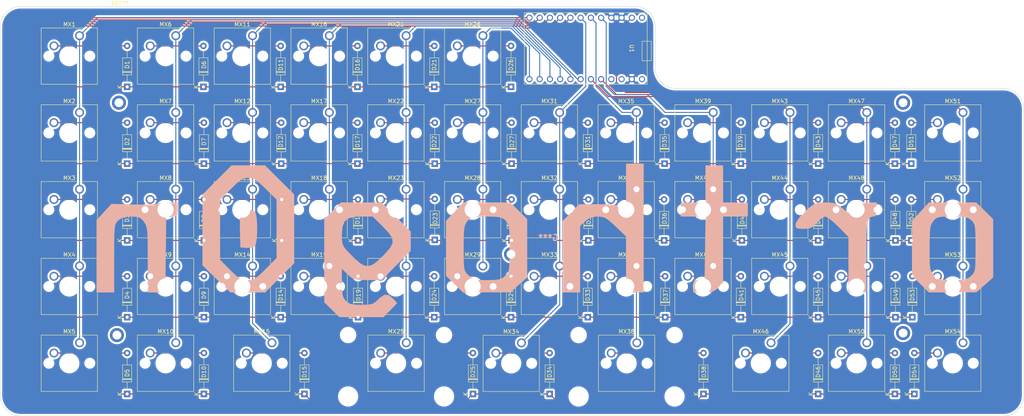
<source format=kicad_pcb>
(kicad_pcb (version 20221018) (generator pcbnew)
  (layers (0 "F.Cu" signal) (31 "B.Cu" signal) (34 "B.Paste" user) (35 "F.Paste" user) (36 "B.SilkS" user "B.Silkscreen") (37 "F.SilkS" user "F.Silkscreen") (38 "B.Mask" user) (39 "F.Mask" user) (44 "Edge.Cuts" user))
  (net 0 "")
  (net 1 "ROW0")
  (net 2 "Net-(D1-Pad2)")
  (net 3 "ROW1")
  (net 4 "Net-(D2-Pad2)")
  (net 5 "ROW2")
  (net 6 "Net-(D3-Pad2)")
  (net 7 "ROW3")
  (net 8 "Net-(D4-Pad2)")
  (net 9 "ROW4")
  (net 10 "Net-(D5-Pad2)")
  (net 11 "Net-(D6-Pad2)")
  (net 12 "Net-(D7-Pad2)")
  (net 13 "Net-(D8-Pad2)")
  (net 14 "Net-(D9-Pad2)")
  (net 15 "Net-(D10-Pad2)")
  (net 16 "Net-(D11-Pad2)")
  (net 17 "Net-(D12-Pad2)")
  (net 18 "Net-(D13-Pad2)")
  (net 19 "Net-(D14-Pad2)")
  (net 20 "Net-(D15-Pad2)")
  (net 21 "Net-(D16-Pad2)")
  (net 22 "Net-(D17-Pad2)")
  (net 23 "Net-(D18-Pad2)")
  (net 24 "Net-(D19-Pad2)")
  (net 25 "Net-(D21-Pad2)")
  (net 26 "Net-(D22-Pad2)")
  (net 27 "Net-(D23-Pad2)")
  (net 28 "Net-(D24-Pad2)")
  (net 29 "Net-(D25-Pad2)")
  (net 30 "Net-(D26-Pad2)")
  (net 31 "Net-(D27-Pad2)")
  (net 32 "Net-(D28-Pad2)")
  (net 33 "Net-(D29-Pad2)")
  (net 34 "Net-(D31-Pad2)")
  (net 35 "Net-(D32-Pad2)")
  (net 36 "Net-(D33-Pad2)")
  (net 37 "Net-(D34-Pad2)")
  (net 38 "Net-(D35-Pad2)")
  (net 39 "Net-(D36-Pad2)")
  (net 40 "Net-(D37-Pad2)")
  (net 41 "Net-(D38-Pad2)")
  (net 42 "Net-(D39-Pad2)")
  (net 43 "Net-(D40-Pad2)")
  (net 44 "Net-(D41-Pad2)")
  (net 45 "Net-(D43-Pad2)")
  (net 46 "Net-(D44-Pad2)")
  (net 47 "Net-(D45-Pad2)")
  (net 48 "Net-(D46-Pad2)")
  (net 49 "Net-(D47-Pad2)")
  (net 50 "Net-(D48-Pad2)")
  (net 51 "Net-(D49-Pad2)")
  (net 52 "Net-(D50-Pad2)")
  (net 53 "Net-(D51-Pad2)")
  (net 54 "Net-(D52-Pad2)")
  (net 55 "Net-(D53-Pad2)")
  (net 56 "Net-(D54-Pad2)")
  (net 57 "COL1")
  (net 58 "COL2")
  (net 59 "COL3")
  (net 60 "COL4")
  (net 61 "COL5")
  (net 62 "COL6")
  (net 63 "COL7")
  (net 64 "COL8")
  (net 65 "COL9")
  (net 66 "COL10")
  (net 67 "COL11")
  (net 69 "GND")
  (net 70 "COL0")
  (footprint "Button_Switch_Keyboard:SW_Cherry_MX_1.00u_PCB" (layer "F.Cu") (at 101.988 74.548)
    (fp_text reference "MX17")
    (fp_text value "MX-NoLED")
  )
  (footprint "Button_Switch_Keyboard:SW_Cherry_MX_1.00u_PCB" (layer "F.Cu") (at 216.288 74.548)
    (fp_text reference "MX43")
    (fp_text value "MX-NoLED")
  )
  (footprint "Diode_THT:D_DO-35_SOD27_P10.16mm_Horizontal" (layer "F.Cu") (at 223.266 87.248 90)
    (fp_text reference "D43")
    (fp_text value "D_Small")
  )
  (footprint "Diode_THT:D_DO-35_SOD27_P10.16mm_Horizontal" (layer "F.Cu") (at 247.142 144.398 90)
    (fp_text reference "D54")
    (fp_text value "D_Small")
  )
  (footprint "Button_Switch_Keyboard:SW_Cherry_MX_1.00u_PCB" (layer "F.Cu") (at 159.138 74.548)
    (fp_text reference "MX31")
    (fp_text value "MX-NoLED")
  )
  (footprint "Button_Switch_Keyboard:SW_Cherry_MX_1.00u_PCB" (layer "F.Cu") (at 197.238 93.598)
    (fp_text reference "MX40")
    (fp_text value "MX-NoLED")
  )
  (footprint "Button_Switch_Keyboard:SW_Cherry_MX_1.00u_PCB" (layer "F.Cu") (at 63.888 93.598)
    (fp_text reference "MX8")
    (fp_text value "MX-NoLED")
  )
  (footprint "Button_Switch_Keyboard:SW_Cherry_MX_1.50u_PCB" (layer "F.Cu") (at 259.214 93.598)
    (fp_text reference "MX52")
    (fp_text value "MX-NoLED")
  )
  (footprint "Button_Switch_Keyboard:SW_Cherry_MX_1.50u_PCB" (layer "F.Cu") (at 259.214 74.548)
    (fp_text reference "MX51")
    (fp_text value "MX-NoLED")
  )
  (footprint "Button_Switch_Keyboard:SW_Cherry_MX_1.00u_PCB" (layer "F.Cu") (at 82.938 112.648)
    (fp_text reference "MX14")
    (fp_text value "MX-NoLED")
  )
  (footprint "Diode_THT:D_DO-35_SOD27_P10.16mm_Horizontal" (layer "F.Cu") (at 108.966 68.198 90)
    (fp_text reference "D16")
    (fp_text value "D_Small")
  )
  (footprint "Button_Switch_Keyboard:SW_Cherry_MX_1.00u_PCB" (layer "F.Cu") (at 121.038 74.548)
    (fp_text reference "MX22")
    (fp_text value "MX-NoLED")
  )
  (footprint "Diode_THT:D_DO-35_SOD27_P10.16mm_Horizontal" (layer "F.Cu") (at 90.17 106.298 90)
    (fp_text reference "D13")
    (fp_text value "D_Small")
  )
  (footprint "Diode_THT:D_DO-35_SOD27_P10.16mm_Horizontal" (layer "F.Cu") (at 166.25 106.298 90)
    (fp_text reference "D32")
    (fp_text value "D_Small")
  )
  (footprint "Diode_THT:D_DO-35_SOD27_P10.16mm_Horizontal" (layer "F.Cu") (at 128.016 68.198 90)
    (fp_text reference "D21")
    (fp_text value "D_Small")
  )
  (footprint "Button_Switch_Keyboard:SW_Cherry_MX_1.50u_PCB" (layer "F.Cu") (at 40.012 55.498)
    (fp_text reference "MX1")
    (fp_text value "MX-NoLED")
  )
  (footprint "Diode_THT:D_DO-35_SOD27_P10.16mm_Horizontal" (layer "F.Cu") (at 109.1 125.348 90)
    (fp_text reference "D19")
    (fp_text value "D_Small")
  )
  (footprint "Button_Switch_Keyboard:SW_Cherry_MX_1.00u_PCB" (layer "F.Cu") (at 140.088 93.598)
    (fp_text reference "MX28")
    (fp_text value "MX-NoLED")
  )
  (footprint "Button_Switch_Keyboard:SW_Cherry_MX_1.00u_PCB" (layer "F.Cu") (at 121.038 93.598)
    (fp_text reference "MX23")
    (fp_text value "MX-NoLED")
  )
  (footprint "Diode_THT:D_DO-35_SOD27_P10.16mm_Horizontal" (layer "F.Cu") (at 128.15 106.172 90)
    (fp_text reference "D23")
    (fp_text value "D_Small")
  )
  (footprint "Button_Switch_Keyboard:SW_Cherry_MX_1.00u_PCB" (layer "F.Cu") (at 140.088 112.648)
    (fp_text reference "MX29")
    (fp_text value "MX-NoLED")
  )
  (footprint "" (layer "F.Cu") (at 49.276 129.794)
    (fp_text reference "")
    (fp_text value "")
  )
  (footprint "Diode_THT:D_DO-35_SOD27_P10.16mm_Horizontal" (layer "F.Cu") (at 147.066 68.198 90)
    (fp_text reference "D26")
    (fp_text value "D_Small")
  )
  (footprint "Diode_THT:D_DO-35_SOD27_P10.16mm_Horizontal" (layer "F.Cu") (at 70.866 106.298 90)
    (fp_text reference "D8")
    (fp_text value "D_Small")
  )
  (footprint "Button_Switch_Keyboard:SW_Cherry_MX_1.00u_PCB" (layer "F.Cu") (at 178.188 112.648)
    (fp_text reference "MX37")
    (fp_text value "MX-NoLED")
  )
  (footprint "Diode_THT:D_DO-35_SOD27_P10.16mm_Horizontal" (layer "F.Cu") (at 166.116 125.348 90)
    (fp_text reference "D33")
    (fp_text value "D_Small")
  )
  (footprint "Button_Switch_Keyboard:SW_Cherry_MX_1.50u_PCB" (layer "F.Cu") (at 87.757 131.699)
    (fp_text reference "MX15")
    (fp_text value "MX-NoLED")
  )
  (footprint "Diode_THT:D_DO-35_SOD27_P10.16mm_Horizontal" (layer "F.Cu") (at 51.816 106.298 90)
    (fp_text reference "D3")
    (fp_text value "D_Small")
  )
  (footprint "Diode_THT:D_DO-35_SOD27_P10.16mm_Horizontal" (layer "F.Cu") (at 242.316 87.248 90)
    (fp_text reference "D47")
    (fp_text value "D_Small")
  )
  (footprint "Button_Switch_Keyboard:SW_Cherry_MX_1.00u_PCB" (layer "F.Cu") (at 178.188 93.598)
    (fp_text reference "MX36")
    (fp_text value "MX-NoLED")
  )
  (footprint "Button_Switch_Keyboard:SW_Cherry_MX_1.00u_PCB" (layer "F.Cu") (at 178.188 74.548)
    (fp_text reference "MX35")
    (fp_text value "MX-NoLED")
  )
  (footprint "Button_Switch_Keyboard:SW_Cherry_MX_1.00u_PCB" (layer "F.Cu") (at 63.888 131.698)
    (fp_text reference "MX10")
    (fp_text value "MX-NoLED")
  )
  (footprint "Diode_THT:D_DO-35_SOD27_P10.16mm_Horizontal" (layer "F.Cu") (at 51.816 87.248 90)
    (fp_text reference "D2")
    (fp_text value "D_Small")
  )
  (footprint "Diode_THT:D_DO-35_SOD27_P10.16mm_Horizontal" (layer "F.Cu") (at 147.2 87.248 90)
    (fp_text reference "D27")
    (fp_text value "D_Small")
  )
  (footprint "Button_Switch_Keyboard:SW_Cherry_MX_1.00u_PCB" (layer "F.Cu") (at 82.938 74.548)
    (fp_text reference "MX12")
    (fp_text value "MX-NoLED")
  )
  (footprint "Button_Switch_Keyboard:SW_Cherry_MX_1.50u_PCB" (layer "F.Cu") (at 40.012 93.598)
    (fp_text reference "MX3")
    (fp_text value "MX-NoLED")
  )
  (footprint "Diode_THT:D_DO-35_SOD27_P10.16mm_Horizontal" (layer "F.Cu") (at 89.916 125.348 90)
    (fp_text reference "D14")
    (fp_text value "D_Small")
  )
  (footprint "Diode_THT:D_DO-35_SOD27_P10.16mm_Horizontal" (layer "F.Cu") (at 147.066 125.348 90)
    (fp_text reference "D29")
    (fp_text value "D_Small")
  )
  (footprint "Button_Switch_Keyboard:SW_Cherry_MX_1.50u_PCB" (layer "F.Cu") (at 259.214 131.698)
    (fp_text reference "MX54")
    (fp_text value "MX-NoLED")
  )
  (footprint "" (layer "F.Cu") (at 147.066 109.728)
    (fp_text reference "")
    (fp_text value "")
  )
  (footprint "orthogon:pro_micro" (layer "F.Cu") (at 179.578 51.054 -90)
    (fp_text reference "U1")
    (fp_text value "Pro_Micro")
  )
  (footprint "Diode_THT:D_DO-35_SOD27_P10.16mm_Horizontal" (layer "F.Cu") (at 185.166 87.248 90)
    (fp_text reference "D35")
    (fp_text value "D_Small")
  )
  (footprint "Button_Switch_Keyboard:SW_Cherry_MX_1.00u_PCB" (layer "F.Cu") (at 82.938 55.498)
    (fp_text reference "MX11")
    (fp_text value "MX-NoLED")
  )
  (footprint "Button_Switch_Keyboard:SW_Cherry_MX_1.00u_PCB" (layer "F.Cu") (at 159.138 112.648)
    (fp_text reference "MX33")
    (fp_text value "MX-NoLED")
  )
  (footprint "Diode_THT:D_DO-35_SOD27_P10.16mm_Horizontal" (layer "F.Cu") (at 246.634 125.348 90)
    (fp_text reference "D53")
    (fp_text value "D_Small")
  )
  (footprint "Button_Switch_Keyboard:SW_Cherry_MX_1.00u_PCB" (layer "F.Cu") (at 121.038 112.648)
    (fp_text reference "MX24")
    (fp_text value "MX-NoLED")
  )
  (footprint "Diode_THT:D_DO-35_SOD27_P10.16mm_Horizontal" (layer "F.Cu") (at 242.316 144.398 90)
    (fp_text reference "D50")
    (fp_text value "D_Small")
  )
  (footprint "Button_Switch_Keyboard:SW_Cherry_MX_1.00u_PCB" (layer "F.Cu") (at 235.338 93.598)
    (fp_text reference "MX48")
    (fp_text value "MX-NoLED")
  )
  (footprint "Button_Switch_Keyboard:SW_Cherry_MX_1.50u_PCB" (layer "F.Cu") (at 259.214 112.648)
    (fp_text reference "MX53")
    (fp_text value "MX-NoLED")
  )
  (footprint "Button_Switch_Keyboard:SW_Cherry_MX_2.00u_PCB" (layer "F.Cu") (at 121.0818 131.699)
    (fp_text reference "MX25")
    (fp_text value "MX-NoLED")
  )
  (footprint "Button_Switch_Keyboard:SW_Cherry_MX_1.00u_PCB" (layer "F.Cu") (at 197.238 112.648)
    (fp_text reference "MX41")
    (fp_text value "MX-NoLED")
  )
  (footprint "Diode_THT:D_DO-35_SOD27_P10.16mm_Horizontal" (layer "F.Cu") (at 70.866 87.248 90)
    (fp_text reference "D7")
    (fp_text value "D_Small")
  )
  (footprint "Button_Switch_Keyboard:SW_Cherry_MX_1.00u_PCB" (layer "F.Cu") (at 159.138 93.598)
    (fp_text reference "MX32")
    (fp_text value "MX-NoLED")
  )
  (footprint "Diode_THT:D_DO-35_SOD27_P10.16mm_Horizontal" (layer "F.Cu") (at 223.266 106.298 90)
    (fp_text reference "D44")
    (fp_text value "D_Small")
  )
  (footprint "Diode_THT:D_DO-35_SOD27_P10.16mm_Horizontal" (layer "F.Cu") (at 185.3 125.348 90)
    (fp_text reference "D37")
    (fp_text value "D_Small")
  )
  (footprint "Button_Switch_Keyboard:SW_Cherry_MX_2.00u_PCB" (layer "F.Cu") (at 178.2826 131.7092)
    (fp_text reference "MX38")
    (fp_text value "MX-NoLED")
  )
  (footprint "Diode_THT:D_DO-35_SOD27_P10.16mm_Horizontal" (layer "F.Cu") (at 51.816 125.348 90)
    (fp_text reference "D4")
    (fp_text value "D_Small")
  )
  (footprint "Button_Switch_Keyboard:SW_Cherry_MX_1.00u_PCB" (layer "F.Cu") (at 235.338 131.698)
    (fp_text reference "MX50")
    (fp_text value "MX-NoLED")
  )
  (footprint "Diode_THT:D_DO-35_SOD27_P10.16mm_Horizontal" (layer "F.Cu") (at 128.15 87.248 90)
    (fp_text reference "D22")
    (fp_text value "D_Small")
  )
  (footprint "Diode_THT:D_DO-35_SOD27_P10.16mm_Horizontal" (layer "F.Cu") (at 89.916 68.198 90)
    (fp_text reference "D11")
    (fp_text value "D_Small")
  )
  (footprint "Diode_THT:D_DO-35_SOD27_P10.16mm_Horizontal" (layer "F.Cu") (at 246.38 87.248 90)
    (fp_text reference "D51")
    (fp_text value "D_Small")
  )
  (footprint "Diode_THT:D_DO-35_SOD27_P10.16mm_Horizontal" (layer "F.Cu") (at 147.2 106.298 90)
    (fp_text reference "D28")
    (fp_text value "D_Small")
  )
  (footprint "Button_Switch_Keyboard:SW_Cherry_MX_1.00u_PCB" (layer "F.Cu") (at 216.288 93.598)
    (fp_text reference "MX44")
    (fp_text value "MX-NoLED")
  )
  (footprint "Button_Switch_Keyboard:SW_Cherry_MX_1.00u_PCB" (layer "F.Cu") (at 140.088 74.548)
    (fp_text reference "MX27")
    (fp_text value "MX-NoLED")
  )
  (footprint "Diode_THT:D_DO-35_SOD27_P10.16mm_Horizontal" (layer "F.Cu") (at 51.816 144.398 90)
    (fp_text reference "D5")
    (fp_text value "D_Small")
  )
  (footprint "Button_Switch_Keyboard:SW_Cherry_MX_1.00u_PCB" (layer "F.Cu") (at 63.888 112.648)
    (fp_text reference "MX9")
    (fp_text value "MX-NoLED")
  )
  (footprint "Diode_THT:D_DO-35_SOD27_P10.16mm_Horizontal" (layer "F.Cu") (at 95.8088 144.398 90)
    (fp_text reference "D15")
    (fp_text value "D_Small")
  )
  (footprint "Diode_THT:D_DO-35_SOD27_P10.16mm_Horizontal" (layer "F.Cu") (at 194.818 144.399 90)
    (fp_text reference "D38")
    (fp_text value "D_Small")
  )
  (footprint "Button_Switch_Keyboard:SW_Cherry_MX_1.50u_PCB" (layer "F.Cu") (at 40.012 112.648)
    (fp_text reference "MX4")
    (fp_text value "MX-NoLED")
  )
  (footprint "Diode_THT:D_DO-35_SOD27_P10.16mm_Horizontal" (layer "F.Cu") (at 242.45 106.298 90)
    (fp_text reference "D48")
    (fp_text value "D_Small")
  )
  (footprint "" (layer "F.Cu") (at 244.348 129.286)
    (fp_text reference "")
    (fp_text value "")
  )
  (footprint "Button_Switch_Keyboard:SW_Cherry_MX_1.00u_PCB" (layer "F.Cu") (at 82.938 93.598)
    (fp_text reference "MX13")
    (fp_text value "MX-NoLED")
  )
  (footprint "Diode_THT:D_DO-35_SOD27_P10.16mm_Horizontal" (layer "F.Cu") (at 242.45 125.348 90)
    (fp_text reference "D49")
    (fp_text value "D_Small")
  )
  (footprint "Button_Switch_Keyboard:SW_Cherry_MX_1.50u_PCB" (layer "F.Cu") (at 211.582 131.699)
    (fp_text reference "MX46")
    (fp_text value "MX-NoLED")
  )
  (footprint "Button_Switch_Keyboard:SW_Cherry_MX_1.00u_PCB" (layer "F.Cu") (at 63.888 55.498)
    (fp_text reference "MX6")
    (fp_text value "MX-NoLED")
  )
  (footprint "Diode_THT:D_DO-35_SOD27_P10.16mm_Horizontal" (layer "F.Cu") (at 51.816 68.198 90)
    (fp_text reference "D1")
    (fp_text value "D_Small")
  )
  (footprint "Diode_THT:D_DO-35_SOD27_P10.16mm_Horizontal" (layer "F.Cu") (at 70.746 68.198 90)
    (fp_text reference "D6")
    (fp_text value "D_Small")
  )
  (footprint "Button_Switch_Keyboard:SW_Cherry_MX_1.00u_PCB" (layer "F.Cu") (at 197.238 74.548)
    (fp_text reference "MX39")
    (fp_text value "MX-NoLED")
  )
  (footprint "Diode_THT:D_DO-35_SOD27_P10.16mm_Horizontal" (layer "F.Cu") (at 166.116 87.248 90)
    (fp_text reference "D31")
    (fp_text value "D_Small")
  )
  (footprint "Diode_THT:D_DO-35_SOD27_P10.16mm_Horizontal" (layer "F.Cu") (at 223.266 144.398 90)
    (fp_text reference "D46")
    (fp_text value "D_Small")
  )
  (footprint "" (layer "F.Cu") (at 244.348 72.136)
    (fp_text reference "")
    (fp_text value "")
  )
  (footprint "Button_Switch_Keyboard:SW_Cherry_MX_1.00u_PCB" (layer "F.Cu") (at 216.288 112.648)
    (fp_text reference "MX45")
    (fp_text value "MX-NoLED")
  )
  (footprint "Diode_THT:D_DO-35_SOD27_P10.16mm_Horizontal" (layer "F.Cu") (at 70.866 144.398 90)
    (fp_text reference "D10")
    (fp_text value "D_Small")
  )
  (footprint "MountingHole:MountingHole_2.2mm_M2_ISO7380_Pad" (layer "F.Cu") (at 49.784 72.136)
    (fp_text reference "REF**")
    (fp_text value "MountingHole_2.2mm_M2_ISO7380_Pad")
  )
  (footprint "Diode_THT:D_DO-35_SOD27_P10.16mm_Horizontal" (layer "F.Cu") (at 204.096 125.348 90)
    (fp_text reference "D41")
    (fp_text value "D_Small")
  )
  (footprint "Diode_THT:D_DO-35_SOD27_P10.16mm_Horizontal" (layer "F.Cu") (at 246.38 106.298 90)
    (fp_text reference "D52")
    (fp_text value "D_Small")
  )
  (footprint "Button_Switch_Keyboard:SW_Cherry_MX_1.50u_PCB" (layer "F.Cu") (at 40.012 131.698)
    (fp_text reference "MX5")
    (fp_text value "MX-NoLED")
  )
  (footprint "Button_Switch_Keyboard:SW_Cherry_MX_1.00u_PCB" (layer "F.Cu") (at 101.988 112.648)
    (fp_text reference "MX19")
    (fp_text value "MX-NoLED")
  )
  (footprint "Button_Switch_Keyboard:SW_Cherry_MX_1.00u_PCB" (layer "F.Cu") (at 121.038 55.498)
    (fp_text reference "MX21")
    (fp_text value "MX-NoLED")
  )
  (footprint "Button_Switch_Keyboard:SW_Cherry_MX_1.00u_PCB" (layer "F.Cu") (at 101.988 55.498)
    (fp_text reference "MX16")
    (fp_text value "MX-NoLED")
  )
  (footprint "Button_Switch_Keyboard:SW_Cherry_MX_1.00u_PCB" (layer "F.Cu") (at 235.338 74.548)
    (fp_text reference "MX47")
    (fp_text value "MX-NoLED")
  )
  (footprint "Diode_THT:D_DO-35_SOD27_P10.16mm_Horizontal" (layer "F.Cu") (at 128.016 125.348 90)
    (fp_text reference "D24")
    (fp_text value "D_Small")
  )
  (footprint "Button_Switch_Keyboard:SW_Cherry_MX_1.00u_PCB" (layer "F.Cu") (at 63.888 74.548)
    (fp_text reference "MX7")
    (fp_text value "MX-NoLED")
  )
  (footprint "Button_Switch_Keyboard:SW_Cherry_MX_1.00u_PCB" (layer "F.Cu") (at 149.6568 131.7244)
    (fp_text reference "MX34")
    (fp_text value "MX-NoLED")
  )
  (footprint "Button_Switch_Keyboard:SW_Cherry_MX_1.50u_PCB" (layer "F.Cu") (at 40.012 74.548)
    (fp_text reference "MX2")
    (fp_text value "MX-NoLED")
  )
  (footprint "Diode_THT:D_DO-35_SOD27_P10.16mm_Horizontal" (layer "F.Cu") (at 90.05 87.248 90)
    (fp_text reference "D12")
    (fp_text value "D_Small")
  )
  (footprint "Button_Switch_Keyboard:SW_Cherry_MX_1.00u_PCB" (layer "F.Cu") (at 101.988 93.598)
    (fp_text reference "MX18")
    (fp_text value "MX-NoLED")
  )
  (footprint "Button_Switch_Keyboard:SW_Cherry_MX_1.00u_PCB" (layer "F.Cu") (at 235.338 112.648)
    (fp_text reference "MX49")
    (fp_text value "MX-NoLED")
  )
  (footprint "Diode_THT:D_DO-35_SOD27_P10.16mm_Horizontal" (layer "F.Cu") (at 223.266 125.348 90)
    (fp_text reference "D45")
    (fp_text value "D_Small")
  )
  (footprint "Diode_THT:D_DO-35_SOD27_P10.16mm_Horizontal" (layer "F.Cu") (at 137.6172 144.399 90)
    (fp_text reference "D25")
    (fp_text value "D_Small")
  )
  (footprint "Diode_THT:D_DO-35_SOD27_P10.16mm_Horizontal" (layer "F.Cu") (at 156.6418 144.398 90)
    (fp_text reference "D34")
    (fp_text value "D_Small")
  )
  (footprint "Diode_THT:D_DO-35_SOD27_P10.16mm_Horizontal" (layer "F.Cu") (at 70.866 125.348 90)
    (fp_text reference "D9")
    (fp_text value "D_Small")
  )
  (footprint "Button_Switch_Keyboard:SW_Cherry_MX_1.00u_PCB" (layer "F.Cu") (at 140.088 55.498)
    (fp_text reference "MX26")
    (fp_text value "MX-NoLED")
  )
  (footprint "Diode_THT:D_DO-35_SOD27_P10.16mm_Horizontal" (layer "F.Cu") (at 185.046 106.298 90)
    (fp_text reference "D36")
    (fp_text value "D_Small")
  )
  (footprint "Diode_THT:D_DO-35_SOD27_P10.16mm_Horizontal" (layer "F.Cu") (at 204.096 87.248 90)
    (fp_text reference "D39")
    (fp_text value "D_Small")
  )
  (footprint "Diode_THT:D_DO-35_SOD27_P10.16mm_Horizontal" (layer "F.Cu") (at 109.1 106.298 90)
    (fp_text reference "D18")
    (fp_text value "D_Small")
  )
  (footprint "Diode_THT:D_DO-35_SOD27_P10.16mm_Horizontal" (layer "F.Cu") (at 108.966 87.248 90)
    (fp_text reference "D17")
    (fp_text value "D_Small")
  )
  (footprint "Diode_THT:D_DO-35_SOD27_P10.16mm_Horizontal" (layer "F.Cu") (at 204.35 106.298 90)
    (fp_text reference "D40")
    (fp_text value "D_Small")
  )
  (footprint "LOGO" (layer "B.Cu") (at 156.337 105.6386 180)
    (fp_text reference "G***")
    (fp_text value "LOGO" hide)
  )
  (gr_line (start 20.32 142.24) (end 20.32 144.78) (stroke (width 0.1)) (layer "Edge.Cuts"))
  (gr_arc (start 20.32 53.34) (mid 21.807898 49.747898) (end 25.4 48.26) (stroke (width 0.1)) (layer "Edge.Cuts"))
  (gr_line (start 274.32 142.24) (end 274.32 73.66) (stroke (width 0.1)) (layer "Edge.Cuts"))
  (gr_line (start 182.88 53.34) (end 182.88 63.5) (stroke (width 0.1)) (layer "Edge.Cuts"))
  (gr_line (start 274.32 144.78) (end 274.32 142.24) (stroke (width 0.1)) (layer "Edge.Cuts"))
  (gr_line (start 269.24 149.86) (end 266.7 149.86) (stroke (width 0.1)) (layer "Edge.Cuts"))
  (gr_line (start 177.8 48.26) (end 25.4 48.26) (stroke (width 0.1)) (layer "Edge.Cuts"))
  (gr_arc (start 269.24 68.58) (mid 272.832102 70.067898) (end 274.32 73.66) (stroke (width 0.1)) (layer "Edge.Cuts"))
  (gr_line (start 27.94 149.86) (end 266.7 149.86) (stroke (width 0.1)) (layer "Edge.Cuts"))
  (gr_arc (start 25.4 149.86) (mid 21.807898 148.372102) (end 20.32 144.78) (stroke (width 0.1)) (layer "Edge.Cuts"))
  (gr_line (start 27.94 149.86) (end 25.4 149.86) (stroke (width 0.1)) (layer "Edge.Cuts"))
  (gr_line (start 20.32 55.88) (end 20.32 142.24) (stroke (width 0.1)) (layer "Edge.Cuts"))
  (gr_arc (start 177.8 48.26) (mid 181.392102 49.747898) (end 182.88 53.34) (stroke (width 0.1)) (layer "Edge.Cuts"))
  (gr_arc (start 187.96 68.58) (mid 184.367898 67.092102) (end 182.88 63.5) (stroke (width 0.1)) (layer "Edge.Cuts"))
  (gr_line (start 269.24 68.58) (end 187.96 68.58) (stroke (width 0.1)) (layer "Edge.Cuts"))
  (gr_line (start 20.32 55.88) (end 20.32 53.34) (stroke (width 0.1)) (layer "Edge.Cuts"))
  (gr_arc (start 274.32 144.78) (mid 272.832102 148.372102) (end 269.24 149.86) (stroke (width 0.1)) (layer "Edge.Cuts"))
  (segment (start 70.746 68.198) (end 51.816 68.198) (width 0.25) (layer "F.Cu") (net 1))
  (segment (start 128.016 68.198) (end 108.966 68.198) (width 0.25) (layer "F.Cu") (net 1))
  (segment (start 150.368 53.594) (end 159.258 53.594) (width 0.25) (layer "F.Cu") (net 1))
  (segment (start 89.916 68.198) (end 70.746 68.198) (width 0.25) (layer "F.Cu") (net 1))
  (segment (start 30.606 68.198) (end 25.4 62.992) (width 0.25) (layer "F.Cu") (net 1))
  (segment (start 147.066 68.198) (end 128.016 68.198) (width 0.25) (layer "F.Cu") (net 1))
  (segment (start 149.86 53.086) (end 150.368 53.594) (width 0.25) (layer "F.Cu") (net 1))
  (segment (start 25.4 53.34) (end 25.654 53.086) (width 0.25) (layer "F.Cu") (net 1))
  (segment (start 159.258 53.594) (end 161.798 51.054) (width 0.25) (layer "F.Cu") (net 1))
  (segment (start 108.966 68.198) (end 89.916 68.198) (width 0.25) (layer "F.Cu") (net 1))
  (segment (start 25.654 53.086) (end 149.86 53.086) (width 0.25) (layer "F.Cu") (net 1))
  (segment (start 51.816 68.198) (end 30.606 68.198) (width 0.25) (layer "F.Cu") (net 1))
  (segment (start 25.4 62.992) (end 25.4 53.34) (width 0.25) (layer "F.Cu") (net 1))
  (segment (start 33.662 58.038) (end 51.816 58.038) (width 0.25) (layer "F.Cu") (net 2))
  (segment (start 223.266 87.248) (end 242.316 87.248) (width 0.25) (layer "F.Cu") (net 3))
  (segment (start 24.892 81.534) (end 24.892 53.086) (width 0.25) (layer "F.Cu") (net 3))
  (segment (start 242.316 87.248) (end 246.38 87.248) (width 0.25) (layer "F.Cu") (net 3))
  (segment (start 24.892 53.086) (end 25.4 52.578) (width 0.25) (layer "F.Cu") (net 3))
  (segment (start 204.096 87.248) (end 223.266 87.248) (width 0.25) (layer "F.Cu") (net 3))
  (segment (start 128.15 87.248) (end 147.2 87.248) (width 0.25) (layer "F.Cu") (net 3))
  (segment (start 70.866 87.248) (end 90.05 87.248) (width 0.25) (layer "F.Cu") (net 3))
  (segment (start 166.116 87.248) (end 185.166 87.248) (width 0.25) (layer "F.Cu") (net 3))
  (segment (start 108.966 87.248) (end 128.15 87.248) (width 0.25) (layer "F.Cu") (net 3))
  (segment (start 157.226 53.086) (end 159.258 51.054) (width 0.25) (layer "F.Cu") (net 3))
  (segment (start 51.816 87.248) (end 70.866 87.248) (width 0.25) (layer "F.Cu") (net 3))
  (segment (start 147.2 87.248) (end 166.116 87.248) (width 0.25) (layer "F.Cu") (net 3))
  (segment (start 30.606 87.248) (end 24.892 81.534) (width 0.25) (layer "F.Cu") (net 3))
  (segment (start 90.05 87.248) (end 108.966 87.248) (width 0.25) (layer "F.Cu") (net 3))
  (segment (start 150.114 52.578) (end 150.622 53.086) (width 0.25) (layer "F.Cu") (net 3))
  (segment (start 150.622 53.086) (end 157.226 53.086) (width 0.25) (layer "F.Cu") (net 3))
  (segment (start 51.816 87.248) (end 30.606 87.248) (width 0.25) (layer "F.Cu") (net 3))
  (segment (start 185.166 87.248) (end 204.096 87.248) (width 0.25) (layer "F.Cu") (net 3))
  (segment (start 25.4 52.578) (end 150.114 52.578) (width 0.25) (layer "F.Cu") (net 3))
  (segment (start 33.662 77.088) (end 51.816 77.088) (width 0.25) (layer "F.Cu") (net 4))
  (segment (start 70.866 106.298) (end 51.816 106.298) (width 0.25) (layer "F.Cu") (net 5))
  (segment (start 90.17 106.298) (end 70.866 106.298) (width 0.25) (layer "F.Cu") (net 5))
  (segment (start 24.384 52.832) (end 25.146 52.07) (width 0.25) (layer "F.Cu") (net 5))
  (segment (start 242.45 106.298) (end 223.266 106.298) (width 0.25) (layer "F.Cu") (net 5))
  (segment (start 109.226 106.172) (end 109.1 106.298) (width 0.25) (layer "F.Cu") (net 5))
  (segment (start 109.1 106.298) (end 90.17 106.298) (width 0.25) (layer "F.Cu") (net 5))
  (segment (start 128.15 106.172) (end 109.226 106.172) (width 0.25) (layer "F.Cu") (net 5))
  (segment (start 25.146 52.07) (end 150.368 52.07) (width 0.25) (layer "F.Cu") (net 5))
  (segment (start 223.266 106.298) (end 204.35 106.298) (width 0.25) (layer "F.Cu") (net 5))
  (segment (start 128.276 106.298) (end 128.15 106.172) (width 0.25) (layer "F.Cu") (net 5))
  (segment (start 24.384 100.076) (end 24.384 52.832) (width 0.25) (layer "F.Cu") (net 5))
  (segment (start 150.368 52.07) (end 150.888022 52.590022) (width 0.25) (layer "F.Cu") (net 5))
  (segment (start 155.181978 52.590022) (end 156.718 51.054) (width 0.25) (layer "F.Cu") (net 5))
  (segment (start 166.25 106.298) (end 147.2 106.298) (width 0.25) (layer "F.Cu") (net 5))
  (segment (start 246.38 106.298) (end 242.45 106.298) (width 0.25) (layer "F.Cu") (net 5))
  (segment (start 204.35 106.298) (end 185.046 106.298) (width 0.25) (layer "F.Cu") (net 5))
  (segment (start 150.888022 52.590022) (end 155.181978 52.590022) (width 0.25) (layer "F.Cu") (net 5))
  (segment (start 147.2 106.298) (end 128.276 106.298) (width 0.25) (layer "F.Cu") (net 5))
  (segment (start 30.606 106.298) (end 24.384 100.076) (width 0.25) (layer "F.Cu") (net 5))
  (segment (start 185.046 106.298) (end 166.25 106.298) (width 0.25) (layer "F.Cu") (net 5))
  (segment (start 51.816 106.298) (end 30.606 106.298) (width 0.25) (layer "F.Cu") (net 5))
  (segment (start 51.816 96.138) (end 33.662 96.138) (width 0.25) (layer "F.Cu") (net 6))
  (segment (start 166.116 125.348) (end 185.3 125.348) (width 0.25) (layer "F.Cu") (net 7))
  (segment (start 70.866 125.348) (end 89.916 125.348) (width 0.25) (layer "F.Cu") (net 7))
  (segment (start 204.096 125.348) (end 223.266 125.348) (width 0.25) (layer "F.Cu") (net 7))
  (segment (start 153.091489 52.140511) (end 154.178 51.054) (width 0.25) (layer "F.Cu") (net 7))
  (segment (start 89.916 125.348) (end 109.1 125.348) (width 0.25) (layer "F.Cu") (net 7))
  (segment (start 242.45 125.348) (end 246.634 125.348) (width 0.25) (layer "F.Cu") (net 7))
  (segment (start 23.876 52.578) (end 24.892 51.562) (width 0.25) (layer "F.Cu") (net 7))
  (segment (start 51.816 125.348) (end 70.866 125.348) (width 0.25) (layer "F.Cu") (net 7))
  (segment (start 185.3 125.348) (end 204.096 125.348) (width 0.25) (layer "F.Cu") (net 7))
  (segment (start 24.892 51.562) (end 150.60944 51.562) (width 0.25) (layer "F.Cu") (net 7))
  (segment (start 109.1 125.348) (end 128.016 125.348) (width 0.25) (layer "F.Cu") (net 7))
  (segment (start 151.187951 52.140511) (end 153.091489 52.140511) (width 0.25) (layer "F.Cu") (net 7))
  (segment (start 223.266 125.348) (end 242.45 125.348) (width 0.25) (layer "F.Cu") (net 7))
  (segment (start 23.876 118.618) (end 23.876 52.578) (width 0.25) (layer "F.Cu") (net 7))
  (segment (start 51.816 125.348) (end 30.606 125.348) (width 0.25) (layer "F.Cu") (net 7))
  (segment (start 147.066 125.348) (end 166.116 125.348) (width 0.25) (layer "F.Cu") (net 7))
  (segment (start 30.606 125.348) (end 23.876 118.618) (width 0.25) (layer "F.Cu") (net 7))
  (segment (start 128.016 125.348) (end 147.066 125.348) (width 0.25) (layer "F.Cu") (net 7))
  (segment (start 150.60944 51.562) (end 151.187951 52.140511) (width 0.25) (layer "F.Cu") (net 7))
  (segment (start 51.816 115.188) (end 33.662 115.188) (width 0.25) (layer "F.Cu") (net 8))
  (segment (start 151.638 51.054) (end 24.638 51.054) (width 0.25) (layer "F.Cu") (net 9))
  (segment (start 242.316 144.398) (end 223.266 144.398) (width 0.25) (layer "F.Cu") (net 9))
  (segment (start 51.816 144.272) (end 51.562 144.018) (width 0.25) (layer "F.Cu") (net 9))
  (segment (start 23.368 52.324) (end 23.368 137.16) (width 0.25) (layer "F.Cu") (net 9))
  (segment (start 24.638 51.054) (end 23.368 52.324) (width 0.25) (layer "F.Cu") (net 9))
  (segment (start 223.266 144.398) (end 194.819 144.398) (width 0.25) (layer "F.Cu") (net 9))
  (segment (start 137.6182 144.398) (end 137.6172 144.399) (width 0.25) (layer "F.Cu") (net 9))
  (segment (start 156.6418 144.398) (end 137.6182 144.398) (width 0.25) (layer "F.Cu") (net 9))
  (segment (start 23.368 137.16) (end 30.607 144.399) (width 0.25) (layer "F.Cu") (net 9))
  (segment (start 51.816 144.398) (end 51.816 144.272) (width 0.25) (layer "F.Cu") (net 9))
  (segment (start 51.816 144.398) (end 70.866 144.398) (width 0.25) (layer "F.Cu") (net 9))
  (segment (start 160.1734 147.9296) (end 156.6418 144.398) (width 0.25) (layer "F.Cu") (net 9))
  (segment (start 191.2874 147.9296) (end 160.1734 147.9296) (width 0.25) (layer "F.Cu") (net 9))
  (segment (start 194.818 144.399) (end 191.2874 147.9296) (width 0.25) (layer "F.Cu") (net 9))
  (segment (start 34.2392 144.399) (end 34.2402 144.398) (width 0.25) (layer "F.Cu") (net 9))
  (segment (start 134.112 147.9042) (end 99.315 147.9042) (width 0.25) (layer "F.Cu") (net 9))
  (segment (start 95.8088 144.398) (end 70.866 144.398) (width 0.25) (layer "F.Cu") (net 9))
  (segment (start 194.819 144.398) (end 194.818 144.399) (width 0.25) (layer "F.Cu") (net 9))
  (segment (start 34.2402 144.398) (end 51.816 144.398) (width 0.25) (layer "F.Cu") (net 9))
  (segment (start 30.607 144.399) (end 34.2392 144.399) (width 0.25) (layer "F.Cu") (net 9))
  (segment (start 99.315 147.9042) (end 95.8088 144.398) (width 0.25) (layer "F.Cu") (net 9))
  (segment (start 247.142 144.398) (end 242.316 144.398) (width 0.25) (layer "F.Cu") (net 9))
  (segment (start 137.6172 144.399) (end 134.112 147.9042) (width 0.25) (layer "F.Cu") (net 9))
  (segment (start 51.816 134.238) (end 33.662 134.238) (width 0.25) (layer "F.Cu") (net 10))
  (segment (start 57.538 58.038) (end 70.746 58.038) (width 0.25) (layer "F.Cu") (net 11))
  (segment (start 57.538 77.088) (end 70.866 77.088) (width 0.25) (layer "F.Cu") (net 12))
  (segment (start 70.866 96.138) (end 57.538 96.138) (width 0.25) (layer "F.Cu") (net 13))
  (segment (start 70.866 115.188) (end 57.538 115.188) (width 0.25) (layer "F.Cu") (net 14))
  (segment (start 70.866 134.238) (end 57.538 134.238) (width 0.25) (layer "F.Cu") (net 15))
  (segment (start 76.588 58.038) (end 89.916 58.038) (width 0.25) (layer "F.Cu") (net 16))
  (segment (start 76.588 77.088) (end 90.05 77.088) (width 0.25) (layer "F.Cu") (net 17))
  (segment (start 90.17 96.138) (end 76.588 96.138) (width 0.25) (layer "F.Cu") (net 18))
  (segment (start 89.916 115.188) (end 76.588 115.188) (width 0.25) (layer "F.Cu") (net 19))
  (segment (start 95.8078 134.239) (end 95.8088 134.238) (width 0.25) (layer "F.Cu") (net 20))
  (segment (start 81.407 134.239) (end 95.8078 134.239) (width 0.25) (layer "F.Cu") (net 20))
  (segment (start 95.638 58.038) (end 108.966 58.038) (width 0.25) (layer "F.Cu") (net 21))
  (segment (start 95.638 77.088) (end 108.966 77.088) (width 0.25) (layer "F.Cu") (net 22))
  (segment (start 109.1 96.138) (end 95.638 96.138) (width 0.25) (layer "F.Cu") (net 23))
  (segment (start 109.1 115.188) (end 95.638 115.188) (width 0.25) (layer "F.Cu") (net 24))
  (segment (start 114.688 58.038) (end 128.016 58.038) (width 0.25) (layer "F.Cu") (net 25))
  (segment (start 114.688 77.088) (end 128.15 77.088) (width 0.25) (layer "F.Cu") (net 26))
  (segment (start 128.15 96.012) (end 114.814 96.012) (width 0.25) (layer "F.Cu") (net 27))
  (segment (start 114.814 96.012) (end 114.688 96.138) (width 0.25) (layer "F.Cu") (net 27))
  (segment (start 128.016 115.188) (end 114.688 115.188) (width 0.25) (layer "F.Cu") (net 28))
  (segment (start 114.7318 134.239) (end 137.6172 134.239) (width 0.25) (layer "F.Cu") (net 29))
  (segment (start 133.738 58.038) (end 147.066 58.038) (width 0.25) (layer "F.Cu") (net 30))
  (segment (start 133.738 77.088) (end 147.2 77.088) (width 0.25) (layer "F.Cu") (net 31))
  (segment (start 147.2 96.138) (end 133.738 96.138) (width 0.25) (layer "F.Cu") (net 32))
  (segment (start 147.066 115.188) (end 133.738 115.188) (width 0.25) (layer "F.Cu") (net 33))
  (segment (start 152.788 77.088) (end 166.116 77.088) (width 0.25) (layer "F.Cu") (net 34))
  (segment (start 166.25 96.138) (end 152.788 96.138) (width 0.25) (layer "F.Cu") (net 35))
  (segment (start 166.116 115.188) (end 152.788 115.188) (width 0.25) (layer "F.Cu") (net 36))
  (segment (start 143.3068 134.2644) (end 156.6154 134.2644) (width 0.25) (layer "F.Cu") (net 37))
  (segment (start 156.6154 134.2644) (end 156.6418 134.238) (width 0.25) (layer "F.Cu") (net 37))
  (segment (start 171.838 77.088) (end 185.166 77.088) (width 0.25) (layer "F.Cu") (net 38))
  (segment (start 185.046 96.138) (end 171.838 96.138) (width 0.25) (layer "F.Cu") (net 39))
  (segment (start 185.3 115.188) (end 171.838 115.188) (width 0.25) (layer "F.Cu") (net 40))
  (segment (start 194.8078 134.2492) (end 194.818 134.239) (width 0.25) (layer "F.Cu") (net 41))
  (segment (start 171.9326 134.2492) (end 194.8078 134.2492) (width 0.25) (layer "F.Cu") (net 41))
  (segment (start 190.888 77.088) (end 204.096 77.088) (width 0.25) (layer "F.Cu") (net 42))
  (segment (start 204.35 96.138) (end 190.888 96.138) (width 0.25) (layer "F.Cu") (net 43))
  (segment (start 204.096 115.188) (end 190.888 115.188) (width 0.25) (layer "F.Cu") (net 44))
  (segment (start 209.938 77.088) (end 223.266 77.088) (width 0.25) (layer "F.Cu") (net 45))
  (segment (start 223.266 96.138) (end 209.938 96.138) (width 0.25) (layer "F.Cu") (net 46))
  (segment (start 223.266 115.188) (end 209.938 115.188) (width 0.25) (layer "F.Cu") (net 47))
  (segment (start 205.232 134.239) (end 223.265 134.239) (width 0.25) (layer "F.Cu") (net 48))
  (segment (start 223.265 134.239) (end 223.266 134.238) (width 0.25) (layer "F.Cu") (net 48))
  (segment (start 228.988 77.088) (end 242.316 77.088) (width 0.25) (layer "F.Cu") (net 49))
  (segment (start 242.45 96.138) (end 228.988 96.138) (width 0.25) (layer "F.Cu") (net 50))
  (segment (start 242.45 115.188) (end 228.988 115.188) (width 0.25) (layer "F.Cu") (net 51))
  (segment (start 242.316 134.238) (end 228.988 134.238) (width 0.25) (layer "F.Cu") (net 52))
  (segment (start 252.864 77.088) (end 246.38 77.088) (width 0.25) (layer "F.Cu") (net 53))
  (segment (start 252.864 96.138) (end 246.38 96.138) (width 0.25) (layer "F.Cu") (net 54))
  (segment (start 252.864 115.188) (end 246.634 115.188) (width 0.25) (layer "F.Cu") (net 55))
  (segment (start 252.864 134.238) (end 247.142 134.238) (width 0.25) (layer "F.Cu") (net 56))
  (segment (start 63.888 93.598) (end 63.888 112.648) (width 0.25) (layer "B.Cu") (net 57))
  (segment (start 63.888 112.648) (end 63.888 131.698) (width 0.25) (layer "B.Cu") (net 57))
  (segment (start 63.888 55.498) (end 63.888 74.548) (width 0.25) (layer "B.Cu") (net 57))
  (segment (start 67.824 51.562) (end 148.082 51.562) (width 0.25) (layer "B.Cu") (net 57))
  (segment (start 63.888 74.548) (end 63.888 93.598) (width 0.25) (layer "B.Cu") (net 57))
  (segment (start 161.798 65.278) (end 161.798 66.294) (width 0.25) (layer "B.Cu") (net 57))
  (segment (start 63.888 55.498) (end 67.824 51.562) (width 0.25) (layer "B.Cu") (net 57))
  (segment (start 148.082 51.562) (end 161.798 65.278) (width 0.25) (layer "B.Cu") (net 57))
  (segment (start 147.828 52.07) (end 159.258 63.5) (width 0.25) (layer "B.Cu") (net 58))
  (segment (start 82.938 126.88) (end 87.757 131.699) (width 0.25) (layer "B.Cu") (net 58))
  (segment (start 82.938 93.598) (end 82.938 74.548) (width 0.25) (layer "B.Cu") (net 58))
  (segment (start 159.258 63.5) (end 159.258 66.294) (width 0.25) (layer "B.Cu") (net 58))
  (segment (start 82.938 74.548) (end 82.938 55.498) (width 0.25) (layer "B.Cu") (net 58))
  (segment (start 82.938 55.498) (end 86.366 52.07) (width 0.25) (layer "B.Cu") (net 58))
  (segment (start 82.938 112.648) (end 82.938 126.88) (width 0.25) (layer "B.Cu") (net 58))
  (segment (start 86.366 52.07) (end 147.828 52.07) (width 0.25) (layer "B.Cu") (net 58))
  (segment (start 82.938 112.648) (end 82.938 93.598) (width 0.25) (layer "B.Cu") (net 58))
  (segment (start 156.718 61.722) (end 156.718 66.294) (width 0.25) (layer "B.Cu") (net 59))
  (segment (start 147.574 52.578) (end 156.718 61.722) (width 0.25) (layer "B.Cu") (net 59))
  (segment (start 101.988 93.598) (end 101.988 112.648) (width 0.25) (layer "B.Cu") (net 59))
  (segment (start 101.988 74.548) (end 101.988 93.598) (width 0.25) (layer "B.Cu") (net 59))
  (segment (start 101.988 55.498) (end 101.988 74.548) (width 0.25) (layer "B.Cu") (net 59))
  (segment (start 103.886 53.594) (end 104.902 52.578) (width 0.25) (layer "B.Cu") (net 59))
  (segment (start 101.988 55.498) (end 103.886 53.6) (width 0.25) (layer "B.Cu") (net 59))
  (segment (start 103.886 53.6) (end 103.886 53.594) (width 0.25) (layer "B.Cu") (net 59))
  (segment (start 104.902 52.578) (end 147.574 52.578) (width 0.25) (layer "B.Cu") (net 59))
  (segment (start 147.32 53.086) (end 154.178 59.944) (width 0.25) (layer "B.Cu") (net 60))
  (segment (start 121.038 131.6552) (end 121.0818 131.699) (width 0.25) (layer "B.Cu") (net 60))
  (segment (start 121.038 74.548) (end 121.038 55.498) (width 0.25) (layer "B.Cu") (net 60))
  (segment (start 121.038 112.648) (end 121.038 93.598) (width 0.25) (layer "B.Cu") (net 60))
  (segment (start 121.038 55.498) (end 123.45 53.086) (width 0.25) (layer "B.Cu") (net 60))
  (segment (start 121.038 112.648) (end 121.038 131.6552) (width 0.25) (layer "B.Cu") (net 60))
  (segment (start 123.45 53.086) (end 147.32 53.086) (width 0.25) (layer "B.Cu") (net 60))
  (segment (start 121.038 93.598) (end 121.038 74.548) (width 0.25) (layer "B.Cu") (net 60))
  (segment (start 154.178 59.944) (end 154.178 66.294) (width 0.25) (layer "B.Cu") (net 60))
  (segment (start 147.066 53.594) (end 151.638 58.166) (width 0.25) (layer "B.Cu") (net 61))
  (segment (start 141.986 53.594) (end 147.066 53.594) (width 0.25) (layer "B.Cu") (net 61))
  (segment (start 141.478 54.102) (end 141.986 53.594) (width 0.25) (layer "B.Cu") (net 61))
  (segment (start 140.088 74.548) (end 140.088 93.598) (width 0.25) (layer "B.Cu") (net 61))
  (segment (start 140.088 55.498) (end 141.478 54.108) (width 0.25) (layer "B.Cu") (net 61))
  (segment (start 151.638 58.166) (end 151.638 66.294) (width 0.25) (layer "B.Cu") (net 61))
  (segment (start 141.478 54.108) (end 141.478 54.102) (width 0.25) (layer "B.Cu") (net 61))
  (segment (start 140.088 93.598) (end 140.088 112.648) (width 0.25) (layer "B.Cu") (net 61))
  (segment (start 140.088 55.498) (end 140.088 74.548) (width 0.25) (layer "B.Cu") (net 61))
  (segment (start 159.138 122.2432) (end 149.6568 131.7244) (width 0.25) (layer "B.Cu") (net 62))
  (segment (start 165.608 68.078) (end 165.608 52.324) (width 0.25) (layer "B.Cu") (net 62))
  (segment (start 159.138 112.648) (end 159.138 93.598) (width 0.25) (layer "B.Cu") (net 62))
  (segment (start 159.138 112.648) (end 159.138 122.2432) (width 0.25) (layer "B.Cu") (net 62))
  (segment (start 159.138 93.598) (end 159.138 74.548) (width 0.25) (layer "B.Cu") (net 62))
  (segment (start 159.138 74.548) (end 165.608 68.078) (width 0.25) (layer "B.Cu") (net 62))
  (segment (start 165.608 52.324) (end 164.338 51.054) (width 0.25) (layer "B.Cu") (net 62))
  (segment (start 168.148 68.072) (end 168.148 52.324) (width 0.25) (layer "B.Cu") (net 63))
  (segment (start 178.188 74.548) (end 178.188 93.598) (width 0.25) (layer "B.Cu") (net 63))
  (segment (start 178.188 112.648) (end 178.188 131.6146) (width 0.25) (layer "B.Cu") (net 63))
  (segment (start 178.188 74.548) (end 174.624 74.548) (width 0.25) (layer "B.Cu") (net 63))
  (segment (start 178.188 131.6146) (end 178.2826 131.7092) (width 0.25) (layer "B.Cu") (net 63))
  (segment (start 178.188 93.598) (end 178.188 112.648) (width 0.25) (layer "B.Cu") (net 63))
  (segment (start 174.624 74.548) (end 168.148 68.072) (width 0.25) (layer "B.Cu") (net 63))
  (segment (start 168.148 52.324) (end 166.878 51.054) (width 0.25) (layer "B.Cu") (net 63))
  (segment (start 197.238 74.548) (end 185.292 74.548) (width 0.25) (layer "B.Cu") (net 64))
  (segment (start 185.292 74.548) (end 180.848 70.104) (width 0.25) (layer "B.Cu") (net 64))
  (segment (start 170.688 52.324) (end 169.418 51.054) (width 0.25) (layer "B.Cu") (net 64))
  (segment (start 197.238 93.598) (end 197.238 74.548) (width 0.25) (layer "B.Cu") (net 64))
  (segment (start 170.688 68.072) (end 170.688 52.324) (width 0.25) (layer "B.Cu") (net 64))
  (segment (start 197.238 112.648) (end 197.238 93.598) (width 0.25) (layer "B.Cu") (net 64))
  (segment (start 172.72 70.104) (end 170.688 68.072) (width 0.25) (layer "B.Cu") (net 64))
  (segment (start 180.848 70.104) (end 172.72 70.104) (width 0.25) (layer "B.Cu") (net 64))
  (segment (start 212.352 70.612) (end 171.196 70.612) (width 0.25) (layer "F.Cu") (net 65))
  (segment (start 171.196 70.612) (end 166.878 66.294) (width 0.25) (layer "F.Cu") (net 65))
  (segment (start 216.288 74.548) (end 212.352 70.612) (width 0.25) (layer "F.Cu") (net 65))
  (segment (start 216.288 74.548) (end 216.288 93.598) (width 0.25) (layer "B.Cu") (net 65))
  (segment (start 216.288 126.993) (end 211.582 131.699) (width 0.25) (layer "B.Cu") (net 65))
  (segment (start 216.288 93.598) (end 216.288 112.648) (width 0.25) (layer "B.Cu") (net 65))
  (segment (start 216.288 112.648) (end 216.288 126.993) (width 0.25) (layer "B.Cu") (net 65))
  (segment (start 173.228 70.104) (end 169.418 66.294) (width 0.25) (layer "F.Cu") (net 66))
  (segment (start 230.894 70.104) (end 173.228 70.104) (width 0.25) (layer "F.Cu") (net 66))
  (segment (start 235.338 74.548) (end 230.894 70.104) (width 0.25) (layer "F.Cu") (net 66))
  (segment (start 235.338 112.648) (end 235.338 131.698) (width 0.25) (layer "B.Cu") (net 66))
  (segment (start 235.338 74.548) (end 235.338 93.598) (width 0.25) (layer "B.Cu") (net 66))
  (segment (start 235.338 93.598) (end 235.338 112.648) (width 0.25) (layer "B.Cu") (net 66))
  (segment (start 173.228 67.31) (end 173.228 54.864) (width 0.25) (layer "F.Cu") (net 67))
  (segment (start 254.262 69.596) (end 175.514 69.596) (width 0.25) (layer "F.Cu") (net 67))
  (segment (start 173.228 54.864) (end 177.038 51.054) (width 0.25) (layer "F.Cu") (net 67))
  (segment (start 259.214 74.548) (end 254.262 69.596) (width 0.25) (layer "F.Cu") (net 67))
  (segment (start 175.514 69.596) (end 173.228 67.31) (width 0.25) (layer "F.Cu") (net 67))
  (segment (start 259.214 93.598) (end 259.214 112.648) (width 0.25) (layer "B.Cu") (net 67))
  (segment (start 259.214 74.548) (end 259.214 93.598) (width 0.25) (layer "B.Cu") (net 67))
  (segment (start 259.214 131.698) (end 259.214 112.648) (width 0.25) (layer "B.Cu") (net 67))
  (segment (start 40.012 93.598) (end 40.012 74.548) (width 0.25) (layer "B.Cu") (net 70))
  (segment (start 148.336 51.054) (end 163.576 66.294) (width 0.25) (layer "B.Cu") (net 70))
  (segment (start 40.012 131.698) (end 40.012 112.648) (width 0.25) (layer "B.Cu") (net 70))
  (segment (start 44.456 51.054) (end 148.336 51.054) (width 0.25) (layer "B.Cu") (net 70))
  (segment (start 40.012 55.498) (end 44.456 51.054) (width 0.25) (layer "B.Cu") (net 70))
  (segment (start 40.012 74.548) (end 40.012 55.498) (width 0.25) (layer "B.Cu") (net 70))
  (segment (start 163.576 66.294) (end 164.338 66.294) (width 0.25) (layer "B.Cu") (net 70))
  (segment (start 40.012 112.648) (end 40.012 93.598) (width 0.25) (layer "B.Cu") (net 70))
  (zone (net 69) (net_name "GND") (layer "B.Cu") (connect_pads (clearance 0.508)) (min_thickness 0.254) (fill yes (thermal_gap 0.508) (thermal_bridge_width 0.508))
    (polygon (pts (xy 182.88 63.5) (xy 187.96 68.58) (xy 274.32 68.58) (xy 274.32 149.86) (xy 20.32 149.86) (xy 20.32 48.26) (xy 182.88 48.26)))
  )
)
</source>
